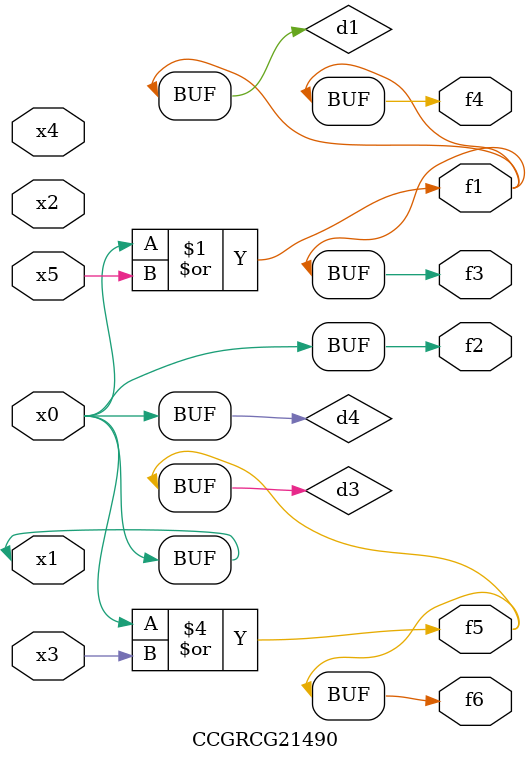
<source format=v>
module CCGRCG21490(
	input x0, x1, x2, x3, x4, x5,
	output f1, f2, f3, f4, f5, f6
);

	wire d1, d2, d3, d4;

	or (d1, x0, x5);
	xnor (d2, x1, x4);
	or (d3, x0, x3);
	buf (d4, x0, x1);
	assign f1 = d1;
	assign f2 = d4;
	assign f3 = d1;
	assign f4 = d1;
	assign f5 = d3;
	assign f6 = d3;
endmodule

</source>
